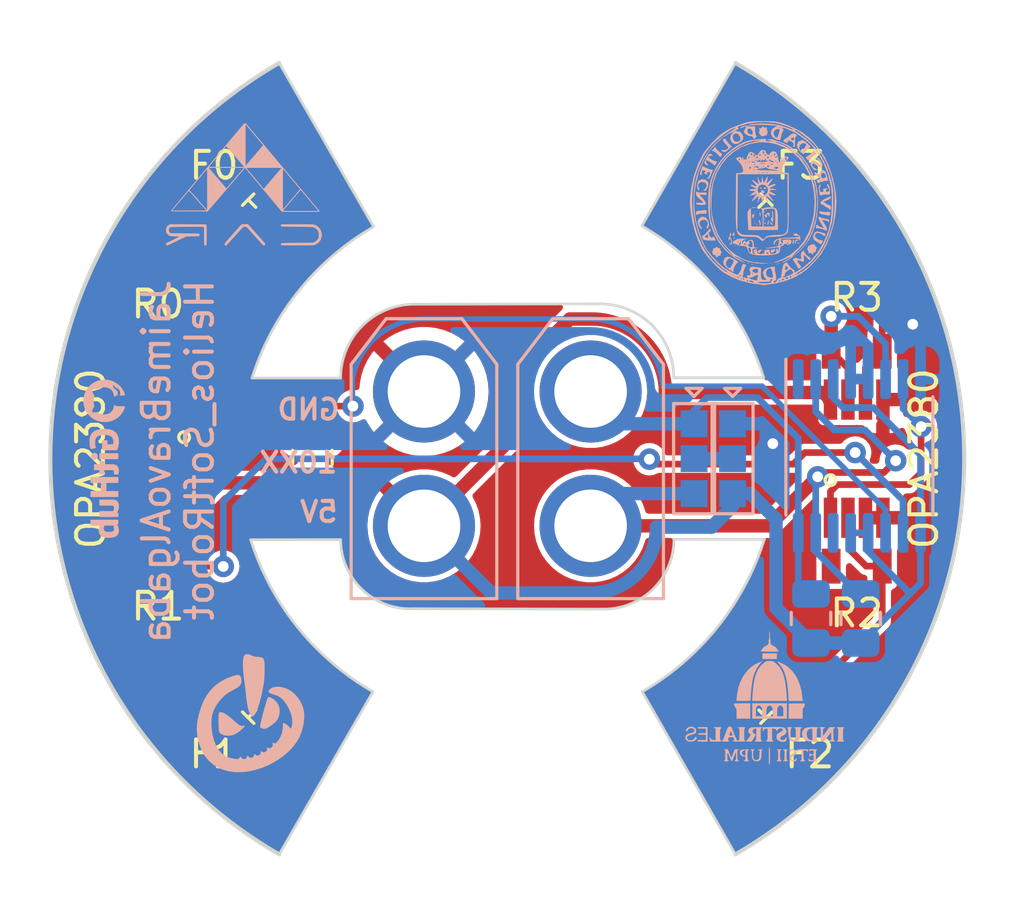
<source format=kicad_pcb>
(kicad_pcb (version 20221018) (generator pcbnew)
  (layers (0 "F.Cu" signal) (31 "B.Cu" signal) (34 "B.Paste" user) (35 "F.Paste" user) (36 "B.SilkS" user "B.Silkscreen") (37 "F.SilkS" user "F.Silkscreen") (38 "B.Mask" user) (39 "F.Mask" user) (44 "Edge.Cuts" user))
  (net 0 "")
  (net 1 "Net-(F0-K)")
  (net 2 "GND")
  (net 3 "Net-(F1-K)")
  (net 4 "Net-(F2-K)")
  (net 5 "Net-(F3-K)")
  (net 6 "SCL")
  (net 7 "SDA")
  (net 8 "Net-(JP1-C)")
  (net 10 "VCC")
  (net 11 "F0")
  (net 12 "F1")
  (net 13 "F2")
  (net 14 "F3")
  (footprint "Helios:OPA2380" (layer "F.Cu") (at 178 100)
    (fp_text reference "U1" hide)
    (fp_text value "OPA2380" (at 2.5 0 90) (layer "F.SilkS"))
    (pad "1" smd rect (at -0.975 2.2) (size 0.5 1.5) (layers "F.Cu" "F.Paste" "F.Mask") (net 13 "F2"))
    (pad "2" smd rect (at -0.325 2.2) (size 0.5 1.5) (layers "F.Cu" "F.Paste" "F.Mask") (net 4 "Net-(F2-K)"))
    (pad "3" smd rect (at 0.325 2.2) (size 0.5 1.5) (layers "F.Cu" "F.Paste" "F.Mask") (net 2 "GND"))
    (pad "4" smd rect (at 0.975 2.2) (size 0.5 1.5) (layers "F.Cu" "F.Paste" "F.Mask") (net 2 "GND"))
    (pad "5" smd rect (at 0.975 -2.2) (size 0.5 1.5) (layers "F.Cu" "F.Paste" "F.Mask") (net 2 "GND"))
    (pad "6" smd rect (at 0.325 -2.2) (size 0.5 1.5) (layers "F.Cu" "F.Paste" "F.Mask") (net 5 "Net-(F3-K)"))
    (pad "7" smd rect (at -0.325 -2.2) (size 0.5 1.5) (layers "F.Cu" "F.Paste" "F.Mask") (net 14 "F3"))
    (pad "8" smd rect (at -0.975 -2.2) (size 0.5 1.5) (layers "F.Cu" "F.Paste" "F.Mask") (net 10 "VCC"))
  )
  (footprint "Capacitor_SMD:C_0805_2012Metric" (layer "F.Cu") (at 157.75 99.95 -90)
    (fp_text reference "C1" hide)
    (fp_text value "C")
    (pad "1" smd roundrect (at -0.95 0 270) (size 1 1.45) (layers "F.Cu" "F.Paste" "F.Mask") (net 2 "GND"))
    (pad "2" smd roundrect (at 0.95 0 270) (size 1 1.45) (layers "F.Cu" "F.Paste" "F.Mask") (net 10 "VCC"))
  )
  (footprint "Helios:RS_0805" (layer "F.Cu") (at 152 96 180)
    (fp_text reference "R0" (at 0 1.75) (layer "F.SilkS"))
    (fp_text value "Rf")
    (pad "1" smd rect (at -0.95 0 180) (size 0.7 1.3) (layers "F.Cu" "F.Paste" "F.Mask") (net 11 "F0"))
    (pad "2" smd rect (at 0.95 0 180) (size 0.7 1.3) (layers "F.Cu" "F.Paste" "F.Mask") (net 1 "Net-(F0-K)"))
  )
  (footprint "Helios:SFH2704_Photodiode" (layer "F.Cu") (at 174.5 109.5 -135)
    (fp_text reference "F2" (at -0.176777 -2.298097) (layer "F.SilkS"))
    (fp_text value "SFH2704" hide)
    (pad "1" smd rect (at 0 -0.7 225) (size 1.9 0.4) (layers "F.Cu" "F.Paste" "F.Mask") (net 4 "Net-(F2-K)"))
    (pad "2" smd rect (at 0 0.7 225) (size 1.9 0.4) (layers "F.Cu" "F.Paste" "F.Mask") (net 2 "GND"))
  )
  (footprint "Helios:SFH2704_Photodiode" (layer "F.Cu") (at 155.5 90.5 45)
    (fp_text reference "F0" (at 0 -2.000001 180) (layer "F.SilkS"))
    (fp_text value "SFH2704" hide)
    (pad "1" smd rect (at 0 -0.7 45) (size 1.9 0.4) (layers "F.Cu" "F.Paste" "F.Mask") (net 1 "Net-(F0-K)"))
    (pad "2" smd rect (at 0 0.7 45) (size 1.9 0.4) (layers "F.Cu" "F.Paste" "F.Mask") (net 2 "GND"))
  )
  (footprint "Helios:RS_0805" (layer "F.Cu") (at 178 96)
    (fp_text reference "R3" (at 0 -2) (layer "F.SilkS"))
    (fp_text value "Rf")
    (pad "1" smd rect (at -0.95 0) (size 0.7 1.3) (layers "F.Cu" "F.Paste" "F.Mask") (net 14 "F3"))
    (pad "2" smd rect (at 0.95 0) (size 0.7 1.3) (layers "F.Cu" "F.Paste" "F.Mask") (net 5 "Net-(F3-K)"))
  )
  (footprint "Helios:OPA2380" (layer "F.Cu") (at 152 100 180)
    (fp_text reference "U0" hide)
    (fp_text value "OPA2380" (at 2.5 0 270) (layer "F.SilkS"))
    (pad "1" smd rect (at -0.975 2.2 180) (size 0.5 1.5) (layers "F.Cu" "F.Paste" "F.Mask") (net 11 "F0"))
    (pad "2" smd rect (at -0.325 2.2 180) (size 0.5 1.5) (layers "F.Cu" "F.Paste" "F.Mask") (net 1 "Net-(F0-K)"))
    (pad "3" smd rect (at 0.325 2.2 180) (size 0.5 1.5) (layers "F.Cu" "F.Paste" "F.Mask") (net 2 "GND"))
    (pad "4" smd rect (at 0.975 2.2 180) (size 0.5 1.5) (layers "F.Cu" "F.Paste" "F.Mask") (net 2 "GND"))
    (pad "5" smd rect (at 0.975 -2.2 180) (size 0.5 1.5) (layers "F.Cu" "F.Paste" "F.Mask") (net 2 "GND"))
    (pad "6" smd rect (at 0.325 -2.2 180) (size 0.5 1.5) (layers "F.Cu" "F.Paste" "F.Mask") (net 3 "Net-(F1-K)"))
    (pad "7" smd rect (at -0.325 -2.2 180) (size 0.5 1.5) (layers "F.Cu" "F.Paste" "F.Mask") (net 12 "F1"))
    (pad "8" smd rect (at -0.975 -2.2 180) (size 0.5 1.5) (layers "F.Cu" "F.Paste" "F.Mask") (net 10 "VCC"))
  )
  (footprint "Helios:SFH2704_Photodiode" (layer "F.Cu") (at 174.5 90.5 -45)
    (fp_text reference "F3" (at 0 -2.000001) (layer "F.SilkS"))
    (fp_text value "SFH2704" hide)
    (pad "1" smd rect (at 0 -0.7 315) (size 1.9 0.4) (layers "F.Cu" "F.Paste" "F.Mask") (net 5 "Net-(F3-K)"))
    (pad "2" smd rect (at 0 0.7 315) (size 1.9 0.4) (layers "F.Cu" "F.Paste" "F.Mask") (net 2 "GND"))
  )
  (footprint "Helios:SFH2704_Photodiode" (layer "F.Cu") (at 155.5 109.5 135)
    (fp_text reference "F1" (at -0.06066 -2.06066 180) (layer "F.SilkS"))
    (fp_text value "SFH2704" hide)
    (pad "1" smd rect (at 0 -0.7 135) (size 1.9 0.4) (layers "F.Cu" "F.Paste" "F.Mask") (net 3 "Net-(F1-K)"))
    (pad "2" smd rect (at 0 0.7 135) (size 1.9 0.4) (layers "F.Cu" "F.Paste" "F.Mask") (net 2 "GND"))
  )
  (footprint "Helios:RS_0805" (layer "F.Cu") (at 178 104)
    (fp_text reference "R2" (at 0 1.75) (layer "F.SilkS"))
    (fp_text value "Rf")
    (pad "1" smd rect (at -0.95 0) (size 0.7 1.3) (layers "F.Cu" "F.Paste" "F.Mask") (net 13 "F2"))
    (pad "2" smd rect (at 0.95 0) (size 0.7 1.3) (layers "F.Cu" "F.Paste" "F.Mask") (net 4 "Net-(F2-K)"))
  )
  (footprint "Helios:RS_0805" (layer "F.Cu") (at 152 104 180)
    (fp_text reference "R1" (at 0 -1.5) (layer "F.SilkS"))
    (fp_text value "Rf")
    (pad "1" smd rect (at -0.95 0 180) (size 0.7 1.3) (layers "F.Cu" "F.Paste" "F.Mask") (net 12 "F1"))
    (pad "2" smd rect (at 0.95 0 180) (size 0.7 1.3) (layers "F.Cu" "F.Paste" "F.Mask") (net 3 "Net-(F1-K)"))
  )
  (footprint "LOGO" (layer "B.Cu") (at 150 100 -90)
    (fp_text reference "G***" hide)
    (fp_text value "LOGO" hide)
  )
  (footprint "Resistor_SMD:R_0805_2012Metric" (layer "B.Cu") (at 178.15 105.95 90)
    (fp_text reference "R5" hide)
    (fp_text value "Rf")
    (pad "1" smd roundrect (at -0.9125 0 90) (size 1.025 1.4) (layers "B.Cu" "B.Paste" "B.Mask") (roundrect_rratio 0.243902439) (net 10 "VCC"))
    (pad "2" smd roundrect (at 0.9125 0 90) (size 1.025 1.4) (layers "B.Cu" "B.Paste" "B.Mask") (roundrect_rratio 0.243902439) (net 7 "SDA"))
  )
  (footprint "Jumper:SolderJumper-3_P1.3mm_Open_Pad1.0x1.5mm" (layer "B.Cu") (at 171.95 100 -90)
    (fp_text reference "JP2" hide)
    (fp_text value "Jumper_3_Open")
    (pad "1" smd rect (at -1.3 0 270) (size 1 1) (layers "B.Cu" "B.Mask") (net 6 "SCL"))
    (pad "2" smd rect (at 0 0 270) (size 1 1) (layers "B.Cu" "B.Mask") (net 8 "Net-(JP1-C)"))
    (pad "3" smd rect (at 1.3 0 270) (size 1 1) (layers "B.Cu" "B.Mask") (net 7 "SDA"))
  )
  (footprint "Package_SO:TSSOP-16_4.4x5mm_P0.65mm" (layer "B.Cu") (at 178.1 99.9 -90)
    (fp_text reference "U2" hide)
    (fp_text value "ADS112C04IPWR")
    (pad "1" smd roundrect (at -2.8625 2.275 270) (size 1.475 0.4) (layers "B.Cu" "B.Paste" "B.Mask"))
    (pad "2" smd roundrect (at -2.8625 1.625 270) (size 1.475 0.4) (layers "B.Cu" "B.Paste" "B.Mask") (net 7 "SDA"))
    (pad "3" smd roundrect (at -2.8625 0.975 270) (size 1.475 0.4) (layers "B.Cu" "B.Paste" "B.Mask") (net 10 "VCC"))
    (pad "4" smd roundrect (at -2.8625 0.325 270) (size 1.475 0.4) (layers "B.Cu" "B.Paste" "B.Mask") (net 2 "GND"))
    (pad "5" smd roundrect (at -2.8625 -0.325 270) (size 1.475 0.4) (layers "B.Cu" "B.Paste" "B.Mask") (net 2 "GND"))
    (pad "6" smd roundrect (at -2.8625 -0.975 270) (size 1.475 0.4) (layers "B.Cu" "B.Paste" "B.Mask") (net 14 "F3"))
    (pad "7" smd roundrect (at -2.8625 -1.625 270) (size 1.475 0.4) (layers "B.Cu" "B.Paste" "B.Mask") (net 13 "F2"))
    (pad "8" smd roundrect (at -2.8625 -2.275 270) (size 1.475 0.4) (layers "B.Cu" "B.Paste" "B.Mask") (net 2 "GND"))
    (pad "9" smd roundrect (at 2.8625 -2.275 270) (size 1.475 0.4) (layers "B.Cu" "B.Paste" "B.Mask") (net 10 "VCC"))
    (pad "10" smd roundrect (at 2.8625 -1.625 270) (size 1.475 0.4) (layers "B.Cu" "B.Paste" "B.Mask") (net 12 "F1"))
    (pad "11" smd roundrect (at 2.8625 -0.975 270) (size 1.475 0.4) (layers "B.Cu" "B.Paste" "B.Mask") (net 11 "F0"))
    (pad "12" smd roundrect (at 2.8625 -0.325 270) (size 1.475 0.4) (layers "B.Cu" "B.Paste" "B.Mask") (net 10 "VCC"))
    (pad "13" smd roundrect (at 2.8625 0.325 270) (size 1.475 0.4) (layers "B.Cu" "B.Paste" "B.Mask") (net 10 "VCC"))
    (pad "14" smd roundrect (at 2.8625 0.975 270) (size 1.475 0.4) (layers "B.Cu" "B.Paste" "B.Mask"))
    (pad "15" smd roundrect (at 2.8625 1.625 270) (size 1.475 0.4) (layers "B.Cu" "B.Paste" "B.Mask") (net 7 "SDA"))
    (pad "16" smd roundrect (at 2.8625 2.275 270) (size 1.475 0.4) (layers "B.Cu" "B.Paste" "B.Mask") (net 6 "SCL"))
  )
  (footprint "LOGO" (layer "B.Cu") (at 155.448 109.474 180)
    (fp_text reference "G***" hide)
    (fp_text value "LOGO" hide)
  )
  (footprint "Resistor_SMD:R_0805_2012Metric" (layer "B.Cu") (at 176.3 105.95 90)
    (fp_text reference "R4" hide)
    (fp_text value "Rf")
    (pad "1" smd roundrect (at -0.9125 0 90) (size 1.025 1.4) (layers "B.Cu" "B.Paste" "B.Mask") (roundrect_rratio 0.243902439) (net 10 "VCC"))
    (pad "2" smd roundrect (at 0.9125 0 90) (size 1.025 1.4) (layers "B.Cu" "B.Paste" "B.Mask") (roundrect_rratio 0.243902439) (net 6 "SCL"))
  )
  (footprint "Jumper:SolderJumper-3_P1.3mm_Open_Pad1.0x1.5mm" (layer "B.Cu") (at 173.3825 100 -90)
    (fp_text reference "JP1" hide)
    (fp_text value "Jumper_3_Open")
    (pad "1" smd rect (at -1.3 0 270) (size 1 1) (layers "B.Cu" "B.Mask") (net 2 "GND"))
    (pad "2" smd rect (at 0 0 270) (size 1 1) (layers "B.Cu" "B.Mask") (net 8 "Net-(JP1-C)"))
    (pad "3" smd rect (at 1.3 0 270) (size 1 1) (layers "B.Cu" "B.Mask") (net 10 "VCC"))
  )
  (footprint "LOGO" (layer "B.Cu") (at 155.194 89.789 180)
    (fp_text reference "G***" hide)
    (fp_text value "LOGO" hide)
  )
  (footprint "LOGO" (layer "B.Cu") (at 174.625 109.093 180)
    (fp_text reference "G***" hide)
    (fp_text value "LOGO" hide)
  )
  (footprint "XTConnectors:XT30U-M_1x02_P5.0mm_Vertical" (layer "B.Cu") (at 168.1 97.5 -90)
    (fp_text reference "J2" hide)
    (fp_text value "I2C")
    (pad "1" thru_hole circle (at 0 0 270) (size 3.8 3.8) (drill 2.7) (layers "*.Cu" "*.Mask") (net 6 "SCL"))
    (pad "2" thru_hole circle (at 5 0 270) (size 3.8 3.8) (drill 2.7) (layers "*.Cu" "*.Mask") (net 7 "SDA"))
  )
  (footprint "XTConnectors:XT30U-M_1x02_P5.0mm_Vertical" (layer "B.Cu") (at 161.9 97.5 -90)
    (fp_text reference "J1" hide)
    (fp_text value "POW")
    (pad "1" thru_hole circle (at 0 0 270) (size 3.8 3.8) (drill 2.7) (layers "*.Cu" "*.Mask") (net 2 "GND"))
    (pad "2" thru_hole circle (at 5 0 270) (size 3.8 3.8) (drill 2.7) (layers "*.Cu" "*.Mask") (net 10 "VCC"))
  )
  (footprint "LOGO" (layer "B.Cu") (at 174.5 90.5 180)
    (fp_text reference "G***" hide)
    (fp_text value "LOGO" hide)
  )
  (gr_line (start 161.499588 105.584388) (end 168.5 105.6) (stroke (width 0.1)) (layer "Edge.Cuts"))
  (gr_line (start 160.025772 91.368253) (end 156.511923 85.270692) (stroke (width 0.1)) (layer "Edge.Cuts"))
  (gr_arc (start 160 108.676765) (mid 157.193985 106.273147) (end 155.450535 103.01562) (stroke (width 0.1)) (layer "Edge.Cuts"))
  (gr_line (start 160 108.676765) (end 156.511923 114.729308) (stroke (width 0.1)) (layer "Edge.Cuts"))
  (gr_line (start 174.54251 96.986576) (end 171.193182 96.985418) (stroke (width 0.1)) (layer "Edge.Cuts"))
  (gr_arc (start 168.495716 94.239956) (mid 170.408834 95.058168) (end 171.193182 96.985418) (stroke (width 0.1)) (layer "Edge.Cuts"))
  (gr_line (start 161.55 94.25) (end 168.495716 94.239956) (stroke (width 0.1)) (layer "Edge.Cuts"))
  (gr_arc (start 156.511923 114.729308) (mid 147.999382 100) (end 156.511923 85.270692) (stroke (width 0.15)) (layer "Edge.Cuts"))
  (gr_arc (start 171.2 103.001201) (mid 170.402281 104.873392) (end 168.500126 105.59676) (stroke (width 0.1)) (layer "Edge.Cuts"))
  (gr_line (start 170.02417 108.675165) (end 173.48684 114.729308) (stroke (width 0.1)) (layer "Edge.Cuts"))
  (gr_arc (start 155.5 97) (mid 157.234373 93.759404) (end 160.025772 91.368253) (stroke (width 0.1)) (layer "Edge.Cuts"))
  (gr_arc (start 170.007011 91.335701) (mid 172.804181 93.736216) (end 174.54251 96.986576) (stroke (width 0.1)) (layer "Edge.Cuts"))
  (gr_line (start 173.48684 85.270692) (end 170.007011 91.335701) (stroke (width 0.1)) (layer "Edge.Cuts"))
  (gr_arc (start 174.564203 103.004462) (mid 172.825879 106.265493) (end 170.02417 108.675165) (stroke (width 0.1)) (layer "Edge.Cuts"))
  (gr_line (start 171.2 103.001201) (end 174.564203 103.004462) (stroke (width 0.1)) (layer "Edge.Cuts"))
  (gr_line (start 155.450535 103.01562) (end 158.8 103.013217) (stroke (width 0.1)) (layer "Edge.Cuts"))
  (gr_line (start 155.5 97) (end 158.8 97) (stroke (width 0.1)) (layer "Edge.Cuts"))
  (gr_arc (start 161.499588 105.584388) (mid 159.602712 104.873208) (end 158.8 103.013217) (stroke (width 0.1)) (layer "Edge.Cuts"))
  (gr_arc (start 158.8 97) (mid 159.605456 95.055456) (end 161.55 94.25) (stroke (width 0.1)) (layer "Edge.Cuts"))
  (gr_arc (start 173.48684 85.270692) (mid 181.999381 100) (end 173.48684 114.729308) (stroke (width 0.15)) (layer "Edge.Cuts"))
  (gr_text "JaimeBravoAlgaba\nHelios_SoftRobot" (at 152.75 93.25 90) (layer "B.SilkS") (effects (font (size 1 1)) (justify left mirror)))
  (gr_text "GND" (at 157.607 98.171) (layer "B.SilkS") (effects (font (size 0.75 0.75)) (justify mirror)))
  (gr_text "10XX" (at 158.75 100.584) (layer "B.SilkS") (effects (font (size 0.75 0.75)) (justify left bottom mirror)))
  (gr_text "5V" (at 157.988 101.981) (layer "B.SilkS") (effects (font (size 0.75 0.75)) (justify mirror)))
  (segment (start 151.425 96) (end 152.325 96.9) (width 0.25) (layer "F.Cu") (net 1))
  (segment (start 151.05 93.96005) (end 151.05 96) (width 0.25) (layer "F.Cu") (net 1))
  (segment (start 151.05 96) (end 151.425 96) (width 0.25) (layer "F.Cu") (net 1))
  (segment (start 152.325 96.9) (end 152.325 97.8) (width 0.25) (layer "F.Cu") (net 1))
  (segment (start 155.005025 90.005025) (end 151.05 93.96005) (width 0.25) (layer "F.Cu") (net 1))
  (via (at 180.086 94.996) (size 0.8) (drill 0.4) (layers "F.Cu" "B.Cu") (net 2))
  (via (at 174.879 99.441) (size 0.8) (drill 0.4) (layers "F.Cu" "B.Cu") (net 2))
  (segment (start 151.05 104) (end 151.675 103.375) (width 0.25) (layer "F.Cu") (net 3))
  (segment (start 155.005025 109.994975) (end 151.05 106.03995) (width 0.25) (layer "F.Cu") (net 3))
  (segment (start 151.675 103.375) (end 151.675 102.2) (width 0.25) (layer "F.Cu") (net 3))
  (segment (start 151.05 106.03995) (end 151.05 104) (width 0.25) (layer "F.Cu") (net 3))
  (segment (start 178.95 104) (end 178.35 104) (width 0.25) (layer "F.Cu") (net 4))
  (segment (start 177.75 103.4) (end 177.75 102.275) (width 0.25) (layer "F.Cu") (net 4))
  (segment (start 178.35 104) (end 177.75 103.4) (width 0.25) (layer "F.Cu") (net 4))
  (segment (start 174.994975 109.994975) (end 178.95 106.03995) (width 0.25) (layer "F.Cu") (net 4))
  (segment (start 178.95 106.03995) (end 178.95 104) (width 0.25) (layer "F.Cu") (net 4))
  (segment (start 177.75 102.275) (end 177.675 102.2) (width 0.25) (layer "F.Cu") (net 4))
  (segment (start 178.95 96) (end 178.325 96.625) (width 0.25) (layer "F.Cu") (net 5))
  (segment (start 178.325 96.625) (end 178.325 97.8) (width 0.25) (layer "F.Cu") (net 5))
  (segment (start 178.95 93.96005) (end 178.95 96) (width 0.25) (layer "F.Cu") (net 5))
  (segment (start 174.994975 90.005025) (end 178.95 93.96005) (width 0.25) (layer "F.Cu") (net 5))
  (segment (start 171.95 98.2) (end 171.95 98.7) (width 0.25) (layer "B.Cu") (net 6))
  (segment (start 175.825 99.244) (end 174.306 97.725) (width 0.25) (layer "B.Cu") (net 6))
  (segment (start 175.825 102.7625) (end 175.825 99.244) (width 0.25) (layer "B.Cu") (net 6))
  (segment (start 172.425 97.725) (end 171.95 98.2) (width 0.25) (layer "B.Cu") (net 6))
  (segment (start 175.825 102.7625) (end 175.825 104.5625) (width 0.25) (layer "B.Cu") (net 6))
  (segment (start 169.3 98.7) (end 168.1 97.5) (width 0.5) (layer "B.Cu") (net 6))
  (segment (start 175.825 104.5625) (end 176.3 105.0375) (width 0.25) (layer "B.Cu") (net 6))
  (segment (start 171.95 98.7) (end 169.3 98.7) (width 0.5) (layer "B.Cu") (net 6))
  (segment (start 174.306 97.725) (end 172.425 97.725) (width 0.25) (layer "B.Cu") (net 6))
  (segment (start 179.012 100.515) (end 179.451 100.076) (width 0.25) (layer "F.Cu") (net 7))
  (segment (start 176.5495 100.675902) (end 174.725402 102.5) (width 0.5) (layer "F.Cu") (net 7))
  (segment (start 176.710402 100.515) (end 179.012 100.515) (width 0.25) (layer "F.Cu") (net 7))
  (segment (start 174.725402 102.5) (end 168.1 102.5) (width 0.5) (layer "F.Cu") (net 7))
  (segment (start 176.5495 100.675902) (end 176.710402 100.515) (width 0.25) (layer "F.Cu") (net 7))
  (via (at 176.5495 100.675902) (size 0.8) (drill 0.4) (layers "F.Cu" "B.Cu") (net 7))
  (via (at 179.451 100.076) (size 0.8) (drill 0.4) (layers "F.Cu" "B.Cu") (net 7))
  (segment (start 178.308 98.933) (end 177.165 98.933) (width 0.25) (layer "B.Cu") (net 7))
  (segment (start 171.95 101.3) (end 169.3 101.3) (width 0.5) (layer "B.Cu") (net 7))
  (segment (start 178.061459 105.0375) (end 178.15 105.0375) (width 0.25) (layer "B.Cu") (net 7))
  (segment (start 176.475 102.7625) (end 176.475 103.451041) (width 0.25) (layer "B.Cu") (net 7))
  (segment (start 176.5495 100.675902) (end 176.475 100.750402) (width 0.25) (layer "B.Cu") (net 7))
  (segment (start 176.475 103.451041) (end 178.061459 105.0375) (width 0.25) (layer "B.Cu") (net 7))
  (segment (start 176.475 100.750402) (end 176.475 102.7625) (width 0.25) (layer "B.Cu") (net 7))
  (segment (start 176.475 98.243) (end 176.475 97.0375) (width 0.25) (layer "B.Cu") (net 7))
  (segment (start 169.3 101.3) (end 168.1 102.5) (width 0.5) (layer "B.Cu") (net 7))
  (segment (start 179.451 100.076) (end 178.308 98.933) (width 0.25) (layer "B.Cu") (net 7))
  (segment (start 177.165 98.933) (end 176.475 98.243) (width 0.25) (layer "B.Cu") (net 7))
  (segment (start 171.95 100) (end 173.3825 100) (width 0.5) (layer "B.Cu") (net 8))
  (segment (start 157.75 100.9) (end 154.275 100.9) (width 0.5) (layer "F.Cu") (net 10))
  (segment (start 176.975 97.8) (end 176.975 97.75) (width 0.5) (layer "F.Cu") (net 10))
  (segment (start 176.761 97.536) (end 170.882484 97.536) (width 0.5) (layer "F.Cu") (net 10))
  (segment (start 165.608 96.52) (end 165.608 98.792) (width 0.5) (layer "F.Cu") (net 10))
  (segment (start 165.608 98.792) (end 161.9 102.5) (width 0.5) (layer "F.Cu") (net 10))
  (segment (start 157.75 100.9) (end 160.3 100.9) (width 0.5) (layer "F.Cu") (net 10))
  (segment (start 154.275 100.9) (end 153.025 102.15) (width 0.5) (layer "F.Cu") (net 10))
  (segment (start 176.975 97.75) (end 176.761 97.536) (width 0.5) (layer "F.Cu") (net 10))
  (segment (start 153.025 102.15) (end 153.025 102.2) (width 0.5) (layer "F.Cu") (net 10))
  (segment (start 168.149215 94.801516) (end 167.326484 94.801516) (width 0.5) (layer "F.Cu") (net 10))
  (segment (start 160.3 100.9) (end 161.9 102.5) (width 0.5) (layer "F.Cu") (net 10))
  (segment (start 167.326484 94.801516) (end 165.608 96.52) (width 0.5) (layer "F.Cu") (net 10))
  (arc (start 170.882484 97.536) (mid 170.081999 95.60286) (end 168.149215 94.801516) (width 0.5) (layer "F.Cu") (net 10))
  (segment (start 174.05 101.3) (end 175 102.25) (width 0.5) (layer "B.Cu") (net 10))
  (segment (start 179.98125 105.007291) (end 179.98125 105.03125) (width 0.25) (layer "B.Cu") (net 10))
  (segment (start 161.9 102.5) (end 164.4 105) (width 0.5) (layer "B.Cu") (net 10))
  (segment (start 172.6 102.55) (end 170.55 102.55) (width 0.5) (layer "B.Cu") (net 10))
  (segment (start 180.375 102.7625) (end 180.375 104.6375) (width 0.25) (layer "B.Cu") (net 10))
  (segment (start 177.125 97.0375) (end 177.125 97.726041) (width 0.25) (layer "B.Cu") (net 10))
  (segment (start 175 105.5625) (end 176.3 106.8625) (width 0.5) (layer "B.Cu") (net 10))
  (segment (start 180.375 99.857) (end 180.375 102.7625) (width 0.25) (layer "B.Cu") (net 10))
  (segment (start 180.375 104.6375) (end 179.98125 105.03125) (width 0.25) (layer "B.Cu") (net 10))
  (segment (start 176.3 106.8625) (end 178.15 106.8625) (width 0.5) (layer "B.Cu") (net 10))
  (segment (start 178.425 102.7625) (end 178.425 103.451041) (width 0.25) (layer "B.Cu") (net 10))
  (segment (start 179.98125 105.03125) (end 178.15 106.8625) (width 0.25) (layer "B.Cu") (net 10))
  (segment (start 178.425 103.451041) (end 179.98125 105.007291) (width 0.25) (layer "B.Cu") (net 10))
  (segment (start 173.3825 101.3) (end 173.3825 101.7675) (width 0.5) (layer "B.Cu") (net 10))
  (segment (start 175 102.25) (end 175 105.5625) (width 0.5) (layer "B.Cu") (net 10))
  (segment (start 178.618 98.1) (end 180.375 99.857) (width 0.25) (layer "B.Cu") (net 10))
  (segment (start 177.775 102.7625) (end 178.425 102.7625) (width 0.25) (layer "B.Cu") (net 10))
  (segment (start 173.3825 101.3) (end 174.05 101.3) (width 0.5) (layer "B.Cu") (net 10))
  (segment (start 177.498959 98.1) (end 178.618 98.1) (width 0.25) (layer "B.Cu") (net 10))
  (segment (start 164.4 105) (end 168.1 105) (width 0.5) (layer "B.Cu") (net 10))
  (segment (start 173.3825 101.7675) (end 172.6 102.55) (width 0.5) (layer "B.Cu") (net 10))
  (segment (start 177.125 97.726041) (end 177.498959 98.1) (width 0.25) (layer "B.Cu") (net 10))
  (arc (start 170.55 102.55) (mid 169.832412 104.282412) (end 168.1 105) (width 0.5) (layer "B.Cu") (net 10))
  (segment (start 153.219 98.044) (end 152.975 97.8) (width 0.25) (layer "F.Cu") (net 11))
  (segment (start 152.95 97.775) (end 152.975 97.8) (width 0.25) (layer "F.Cu") (net 11))
  (segment (start 152.95 96) (end 152.95 97.775) (width 0.25) (layer "F.Cu") (net 11))
  (segment (start 159.258 98.044) (end 153.219 98.044) (width 0.25) (layer "F.Cu") (net 11))
  (via (at 159.258 98.044) (size 0.8) (drill 0.4) (layers "F.Cu" "B.Cu") (net 11))
  (segment (start 174.48204 97.3) (end 177.062869 99.880829) (width 0.2) (layer "B.Cu") (net 11))
  (segment (start 159.241709 98.027709) (end 159.241709 97.01285) (width 0.2) (layer "B.Cu") (net 11))
  (segment (start 159.258 98.044) (end 159.241709 98.027709) (width 0.2) (layer "B.Cu") (net 11))
  (segment (start 161.915994 94.8) (end 168.1 94.8) (width 0.2) (layer "B.Cu") (net 11))
  (segment (start 177.474364 100.292324) (end 179.075 101.89296) (width 0.2) (layer "B.Cu") (net 11))
  (segment (start 179.075 101.89296) (end 179.075 102.7625) (width 0.2) (layer "B.Cu") (net 11))
  (segment (start 177.472919 100.292324) (end 177.474364 100.292324) (width 0.2) (layer "B.Cu") (net 11))
  (segment (start 170.8 97.3) (end 174.48204 97.3) (width 0.2) (layer "B.Cu") (net 11))
  (segment (start 177.062869 99.880829) (end 177.062869 99.882274) (width 0.2) (layer "B.Cu") (net 11))
  (segment (start 177.062869 99.882274) (end 177.472919 100.292324) (width 0.2) (layer "B.Cu") (net 11))
  (arc (start 159.241709 97.01285) (mid 160.171425 95.425867) (end 161.9 94.8) (width 0.2) (layer "B.Cu") (net 11))
  (arc (start 168.1 94.8) (mid 169.938643 95.522782) (end 170.792888 97.304154) (width 0.2) (layer "B.Cu") (net 11))
  (segment (start 170.469038 100.203) (end 170.285977 100.019939) (width 0.25) (layer "F.Cu") (net 12))
  (segment (start 152.95 104) (end 154.419 104) (width 0.25) (layer "F.Cu") (net 12))
  (segment (start 152.95 104) (end 152.325 103.375) (width 0.25) (layer "F.Cu") (net 12))
  (segment (start 154.419 104) (end 154.432 104.013) (width 0.25) (layer "F.Cu") (net 12))
  (segment (start 152.325 103.375) (end 152.325 102.2) (width 0.25) (layer "F.Cu") (net 12))
  (segment (start 175.641 100.203) (end 170.469038 100.203) (width 0.25) (layer "F.Cu") (net 12))
  (segment (start 176.071099 99.772901) (end 175.641 100.203) (width 0.25) (layer "F.Cu") (net 12))
  (segment (start 177.942874 99.772901) (end 176.071099 99.772901) (width 0.25) (layer "F.Cu") (net 12))
  (via (at 154.432 104.013) (size 0.8) (drill 0.4) (layers "F.Cu" "B.Cu") (net 12))
  (via (at 170.285977 100.019939) (size 0.8) (drill 0.4) (layers "F.Cu" "B.Cu") (net 12))
  (via (at 177.942874 99.772901) (size 0.8) (drill 0.4) (layers "F.Cu" "B.Cu") (net 12))
  (segment (start 170.285977 100.019939) (end 170.285977 100.012932) (width 0.25) (layer "B.Cu") (net 12))
  (segment (start 177.942874 99.772901) (end 179.725 101.555027) (width 0.25) (layer "B.Cu") (net 12))
  (segment (start 179.725 101.555027) (end 179.725 102.7625) (width 0.25) (layer "B.Cu") (net 12))
  (segment (start 156.026076 100.005924) (end 154.432 101.6) (width 0.25) (layer "B.Cu") (net 12))
  (segment (start 154.432 101.6) (end 154.432 104.013) (width 0.25) (layer "B.Cu") (net 12))
  (segment (start 170.285977 100.019939) (end 170.271962 100.005924) (width 0.25) (layer "B.Cu") (net 12))
  (segment (start 170.285977 100.012932) (end 170.278969 100.005924) (width 0.25) (layer "B.Cu") (net 12))
  (segment (start 170.271962 100.005924) (end 156.026076 100.005924) (width 0.25) (layer "B.Cu") (net 12))
  (segment (start 180.396 100.528) (end 179.959 100.965) (width 0.25) (layer "F.Cu") (net 13))
  (segment (start 177.285 100.965) (end 177.025 101.225) (width 0.25) (layer "F.Cu") (net 13))
  (segment (start 179.959 100.965) (end 177.285 100.965) (width 0.25) (layer "F.Cu") (net 13))
  (segment (start 177.025 101.225) (end 177.025 102.2) (width 0.25) (layer "F.Cu") (net 13))
  (segment (start 177.05 104) (end 177.05 102.225) (width 0.25) (layer "F.Cu") (net 13))
  (segment (start 177.05 102.225) (end 177.025 102.2) (width 0.25) (layer "F.Cu") (net 13))
  (segment (start 180.396 98.806) (end 180.396 100.528) (width 0.25) (layer "F.Cu") (net 13))
  (via (at 180.396 98.806) (size 0.8) (drill 0.4) (layers "F.Cu" "B.Cu") (net 13))
  (segment (start 180.396 98.806) (end 179.725 98.135) (width 0.25) (layer "B.Cu") (net 13))
  (segment (start 179.725 98.135) (end 179.725 97.0375) (width 0.25) (layer "B.Cu") (net 13))
  (segment (start 177.05 94.7) (end 177.05 96) (width 0.5) (layer "F.Cu") (net 14))
  (segment (start 177.675 96.625) (end 177.675 97.8) (width 0.25) (layer "F.Cu") (net 14))
  (segment (start 177.05 96) (end 177.675 96.625) (width 0.25) (layer "F.Cu") (net 14))
  (via (at 177.05 94.7) (size 0.8) (drill 0.4) (layers "F.Cu" "B.Cu") (net 14))
  (segment (start 178.05 94.7) (end 177.05 94.7) (width 0.25) (layer "B.Cu") (net 14))
  (segment (start 179.075 97.0375) (end 179.075 95.725) (width 0.25) (layer "B.Cu") (net 14))
  (segment (start 179.075 95.725) (end 178.05 94.7) (width 0.25) (layer "B.Cu") (net 14))
  (zone (net 2) (net_name "GND") (layers "F&B.Cu") (connect_pads (clearance 0)) (min_thickness 0.25) (fill yes (thermal_gap 0.5) (thermal_bridge_width 0.5))
    (polygon (pts (xy 146.125013 83.82) (xy 184.225013 83.82) (xy 184.225013 116.84) (xy 146.125013 116.84)))
  )
)
</source>
